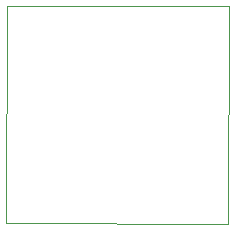
<source format=gbr>
%TF.GenerationSoftware,KiCad,Pcbnew,(6.0.10)*%
%TF.CreationDate,2023-05-18T22:08:56+10:00*%
%TF.ProjectId,DFO,44464f2e-6b69-4636-9164-5f7063625858,rev?*%
%TF.SameCoordinates,Original*%
%TF.FileFunction,Profile,NP*%
%FSLAX46Y46*%
G04 Gerber Fmt 4.6, Leading zero omitted, Abs format (unit mm)*
G04 Created by KiCad (PCBNEW (6.0.10)) date 2023-05-18 22:08:56*
%MOMM*%
%LPD*%
G01*
G04 APERTURE LIST*
%TA.AperFunction,Profile*%
%ADD10C,0.100000*%
%TD*%
G04 APERTURE END LIST*
D10*
X92120000Y-77800000D02*
X110879417Y-77838195D01*
X110960000Y-59420000D02*
X92200583Y-59410000D01*
X110879417Y-77838195D02*
X110960000Y-59420000D01*
X92120000Y-77800000D02*
X92200583Y-59420000D01*
M02*

</source>
